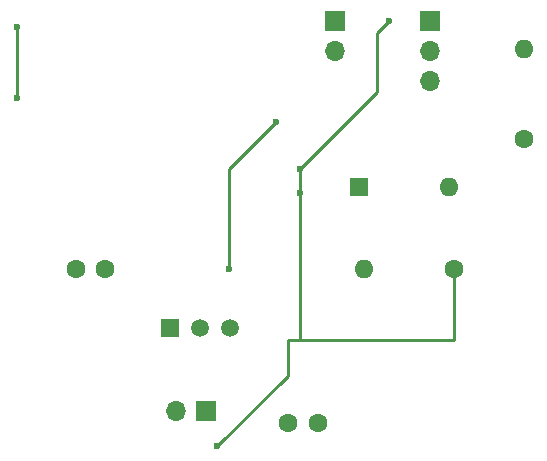
<source format=gbr>
%TF.GenerationSoftware,KiCad,Pcbnew,4.0.7*%
%TF.CreationDate,2018-04-16T11:03:50-07:00*%
%TF.ProjectId,ds18b20board,64733138623230626F6172642E6B6963,rev?*%
%TF.FileFunction,Copper,L2,Bot,Signal*%
%FSLAX46Y46*%
G04 Gerber Fmt 4.6, Leading zero omitted, Abs format (unit mm)*
G04 Created by KiCad (PCBNEW 4.0.7) date 04/16/18 11:03:50*
%MOMM*%
%LPD*%
G01*
G04 APERTURE LIST*
%ADD10C,0.100000*%
%ADD11C,1.600000*%
%ADD12C,1.520000*%
%ADD13R,1.520000X1.520000*%
%ADD14R,1.700000X1.700000*%
%ADD15O,1.700000X1.700000*%
%ADD16O,1.600000X1.600000*%
%ADD17R,1.600000X1.600000*%
%ADD18C,0.600000*%
%ADD19C,0.250000*%
G04 APERTURE END LIST*
D10*
D11*
X128000000Y-92500000D03*
X130500000Y-92500000D03*
X110000000Y-79500000D03*
X112500000Y-79500000D03*
D12*
X120540000Y-84500000D03*
X123080000Y-84500000D03*
D13*
X118000000Y-84500000D03*
D14*
X121000000Y-91500000D03*
D15*
X118460000Y-91500000D03*
D14*
X132000000Y-58500000D03*
D15*
X132000000Y-61040000D03*
D14*
X140000000Y-58500000D03*
D15*
X140000000Y-61040000D03*
X140000000Y-63580000D03*
D11*
X142000000Y-79500000D03*
D16*
X134380000Y-79500000D03*
D11*
X148000000Y-68500000D03*
D16*
X148000000Y-60880000D03*
D17*
X134000000Y-72500000D03*
D16*
X141620000Y-72500000D03*
D18*
X129000000Y-73000000D03*
X129000000Y-71000000D03*
X136500000Y-58500000D03*
X122000000Y-94500000D03*
X123000000Y-79500000D03*
X127000000Y-67000000D03*
X105000000Y-65000000D03*
X105000000Y-59000000D03*
D19*
X129000000Y-71000000D02*
X129000000Y-73000000D01*
X129000000Y-73000000D02*
X129000000Y-85500000D01*
X135500000Y-64500000D02*
X129000000Y-71000000D01*
X135500000Y-59500000D02*
X135500000Y-64500000D01*
X136500000Y-58500000D02*
X135500000Y-59500000D01*
X142000000Y-79500000D02*
X142000000Y-85500000D01*
X142000000Y-85500000D02*
X129000000Y-85500000D01*
X129000000Y-85500000D02*
X128000000Y-85500000D01*
X128000000Y-88500000D02*
X122000000Y-94500000D01*
X128000000Y-85500000D02*
X128000000Y-88500000D01*
X123000000Y-71000000D02*
X123000000Y-79500000D01*
X127000000Y-67000000D02*
X123000000Y-71000000D01*
X105000000Y-59000000D02*
X105000000Y-65000000D01*
M02*

</source>
